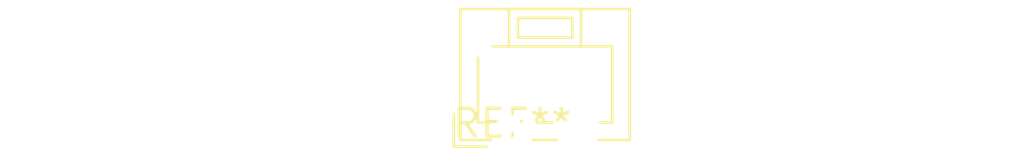
<source format=kicad_pcb>
(kicad_pcb (version 20240108) (generator pcbnew)
  (layers (0 "F.Cu" signal) (31 "B.Cu" signal) (34 "B.Paste" user) (35 "F.Paste" user) (36 "B.SilkS" user "B.Silkscreen") (37 "F.SilkS" user "F.Silkscreen") (38 "B.Mask" user) (39 "F.Mask" user) (44 "Edge.Cuts" user))
  (net 0 "")
  (footprint "JST_ZE_B03B-ZESK-1D_1x03_P1.50mm_Vertical" (layer "F.Cu") (at 0 0)
    (property "Reference" "REF**")
    (property "Value" "JST_ZE_B03B-ZESK-1D_1x03_P1.50mm_Vertical")
    (fp_line (start -2.66 -0.44) (end -2.66 1.06) (layer "F.SilkS") (stroke (width 0.12)))
    (fp_line (start -2.66 1.06) (end -1.16 1.06) (layer "F.SilkS") (stroke (width 0.12)))
    (fp_line (start -2.36 -5.21) (end 5.36 -5.21) (layer "F.SilkS") (stroke (width 0.12)))
    (fp_line (start -2.36 0.76) (end -2.36 -5.21) (layer "F.SilkS") (stroke (width 0.12)))
    (fp_line (start -1.56 -3) (end -1.56 -0.04) (layer "F.SilkS") (stroke (width 0.12)))
    (fp_line (start -1.56 -0.04) (end -1 -0.04) (layer "F.SilkS") (stroke (width 0.12)))
    (fp_line (start -0.96 0.76) (end -2.36 0.76) (layer "F.SilkS") (stroke (width 0.12)))
    (fp_line (start -0.14 -5.21) (end -0.14 -3.51) (layer "F.SilkS") (stroke (width 0.12)))
    (fp_line (start -0.14 -3.51) (end -0.9 -3.51) (layer "F.SilkS") (stroke (width 0.12)))
    (fp_line (start -0.14 -3.51) (end 3.14 -3.51) (layer "F.SilkS") (stroke (width 0.12)))
    (fp_line (start 0.26 -4.81) (end 0.26 -3.91) (layer "F.SilkS") (stroke (width 0.12)))
    (fp_line (start 0.26 -3.91) (end 2.74 -3.91) (layer "F.SilkS") (stroke (width 0.12)))
    (fp_line (start 0.96 0.76) (end 2.04 0.76) (layer "F.SilkS") (stroke (width 0.12)))
    (fp_line (start 1.135 -0.04) (end 1.865 -0.04) (layer "F.SilkS") (stroke (width 0.12)))
    (fp_line (start 2.74 -4.81) (end 0.26 -4.81) (layer "F.SilkS") (stroke (width 0.12)))
    (fp_line (start 2.74 -3.91) (end 2.74 -4.81) (layer "F.SilkS") (stroke (width 0.12)))
    (fp_line (start 3.14 -5.21) (end -0.14 -5.21) (layer "F.SilkS") (stroke (width 0.12)))
    (fp_line (start 3.14 -3.51) (end 3.14 -5.21) (layer "F.SilkS") (stroke (width 0.12)))
    (fp_line (start 3.14 -3.51) (end 4.56 -3.51) (layer "F.SilkS") (stroke (width 0.12)))
    (fp_line (start 4.56 -3.51) (end 4.56 -0.04) (layer "F.SilkS") (stroke (width 0.12)))
    (fp_line (start 4.56 -0.04) (end 4 -0.04) (layer "F.SilkS") (stroke (width 0.12)))
    (fp_line (start 5.36 -5.21) (end 5.36 0.76) (layer "F.SilkS") (stroke (width 0.12)))
    (fp_line (start 5.36 0.76) (end 3.96 0.76) (layer "F.SilkS") (stroke (width 0.12)))
    (pad "" np_thru_hole circle (at -1.65 -3.8) (size 0.85 0.85) (drill 0.85) (layers *.Cu *.Mask))
    (pad "1" thru_hole custom (at 0 0) (size 1.117157 1.117157) (drill 0.75) (layers *.Cu *.Mask) (remove_unused_layers) (options (clearance outline) (anchor circle)) (primitives (gr_poly (pts (xy 0.45 -0.225) (xy 0.45 0.625) (xy -0.45 0.625) (xy -0.45 -0.625) (xy 0.05 -0.625)) (width 0.5) (fill yes))))
    (pad "2" thru_hole oval (at 1.5 -2) (size 1.4 1.75) (drill 0.75) (layers *.Cu *.Mask) (remove_unused_layers))
    (pad "3" thru_hole oval (at 3 0) (size 1.4 1.75) (drill 0.75) (layers *.Cu *.Mask) (remove_unused_layers))
  )
)
</source>
